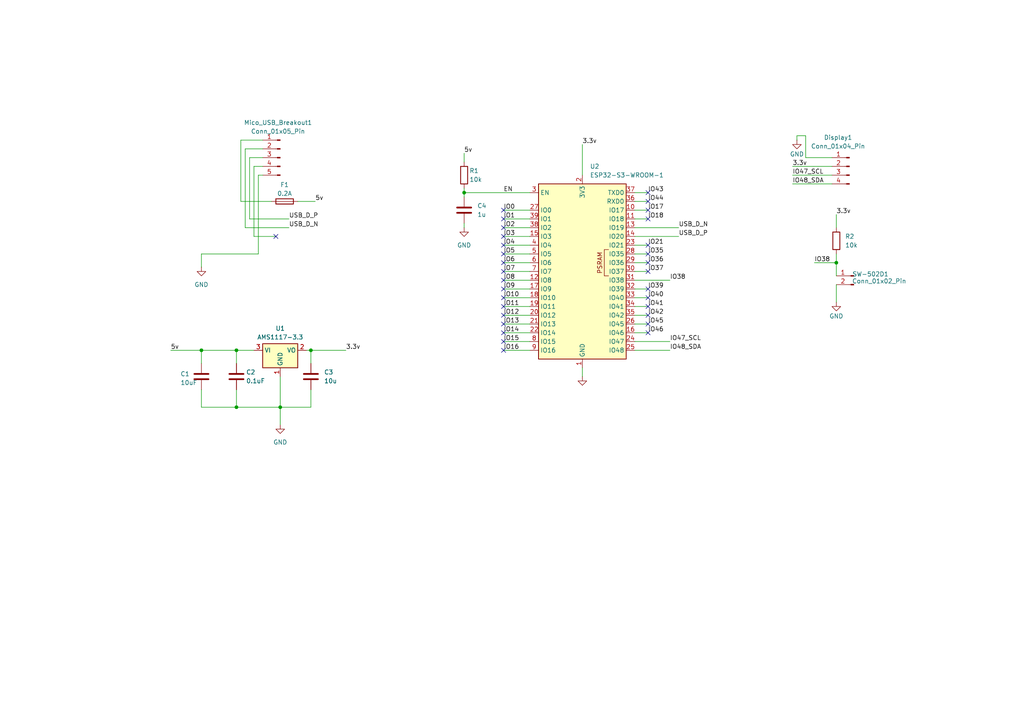
<source format=kicad_sch>
(kicad_sch (version 20231120) (generator "eeschema") (generator_version "8.0")
  (paper "A4")
  (lib_symbols
    (symbol "Connector:Conn_01x02_Pin" (pin_names (offset 1.016) hide)
      (property "Reference" "J" (at 0 2.54 0))
      (property "Value" "Conn_01x02_Pin" (at 0 -5.08 0))
      (symbol "Conn_01x02_Pin_1_1"
        (polyline (pts (xy 1.27 -2.54) (xy 0.8636 -2.54)) (stroke (width 0.1524)))
        (polyline (pts (xy 1.27 0) (xy 0.8636 0)) (stroke (width 0.1524)))
        (rectangle (start 0.8636 -2.413) (end 0 -2.667) (stroke (width 0.1524)) (fill (type outline)))
        (rectangle (start 0.8636 0.127) (end 0 -0.127) (stroke (width 0.1524)) (fill (type outline)))
        (pin passive line (at 5.08 0 180) (length 3.81) (name "Pin_1") (number "1"))
        (pin passive line (at 5.08 -2.54 180) (length 3.81) (name "Pin_2") (number "2"))
      )
    )
    (symbol "Connector:Conn_01x04_Pin" (pin_names (offset 1.016) hide)
      (property "Reference" "J" (at 0 5.08 0))
      (property "Value" "Conn_01x04_Pin" (at 0 -7.62 0))
      (symbol "Conn_01x04_Pin_1_1"
        (polyline (pts (xy 1.27 -5.08) (xy 0.8636 -5.08)) (stroke (width 0.1524)))
        (polyline (pts (xy 1.27 -2.54) (xy 0.8636 -2.54)) (stroke (width 0.1524)))
        (polyline (pts (xy 1.27 0) (xy 0.8636 0)) (stroke (width 0.1524)))
        (polyline (pts (xy 1.27 2.54) (xy 0.8636 2.54)) (stroke (width 0.1524)))
        (rectangle (start 0.8636 -4.953) (end 0 -5.207) (stroke (width 0.1524)) (fill (type outline)))
        (rectangle (start 0.8636 -2.413) (end 0 -2.667) (stroke (width 0.1524)) (fill (type outline)))
        (rectangle (start 0.8636 0.127) (end 0 -0.127) (stroke (width 0.1524)) (fill (type outline)))
        (rectangle (start 0.8636 2.667) (end 0 2.413) (stroke (width 0.1524)) (fill (type outline)))
        (pin passive line (at 5.08 2.54 180) (length 3.81) (name "Pin_1") (number "1"))
        (pin passive line (at 5.08 0 180) (length 3.81) (name "Pin_2") (number "2"))
        (pin passive line (at 5.08 -2.54 180) (length 3.81) (name "Pin_3") (number "3"))
        (pin passive line (at 5.08 -5.08 180) (length 3.81) (name "Pin_4") (number "4"))
      )
    )
    (symbol "Connector:Conn_01x05_Pin" (pin_names (offset 1.016) hide)
      (property "Reference" "J" (at 0 7.62 0))
      (property "Value" "Conn_01x05_Pin" (at 0 -7.62 0))
      (symbol "Conn_01x05_Pin_1_1"
        (polyline (pts (xy 1.27 -5.08) (xy 0.8636 -5.08)) (stroke (width 0.1524)))
        (polyline (pts (xy 1.27 -2.54) (xy 0.8636 -2.54)) (stroke (width 0.1524)))
        (polyline (pts (xy 1.27 0) (xy 0.8636 0)) (stroke (width 0.1524)))
        (polyline (pts (xy 1.27 2.54) (xy 0.8636 2.54)) (stroke (width 0.1524)))
        (polyline (pts (xy 1.27 5.08) (xy 0.8636 5.08)) (stroke (width 0.1524)))
        (rectangle (start 0.8636 -4.953) (end 0 -5.207) (stroke (width 0.1524)) (fill (type outline)))
        (rectangle (start 0.8636 -2.413) (end 0 -2.667) (stroke (width 0.1524)) (fill (type outline)))
        (rectangle (start 0.8636 0.127) (end 0 -0.127) (stroke (width 0.1524)) (fill (type outline)))
        (rectangle (start 0.8636 2.667) (end 0 2.413) (stroke (width 0.1524)) (fill (type outline)))
        (rectangle (start 0.8636 5.207) (end 0 4.953) (stroke (width 0.1524)) (fill (type outline)))
        (pin passive line (at 5.08 5.08 180) (length 3.81) (name "Pin_1") (number "1"))
        (pin passive line (at 5.08 2.54 180) (length 3.81) (name "Pin_2") (number "2"))
        (pin passive line (at 5.08 0 180) (length 3.81) (name "Pin_3") (number "3"))
        (pin passive line (at 5.08 -2.54 180) (length 3.81) (name "Pin_4") (number "4"))
        (pin passive line (at 5.08 -5.08 180) (length 3.81) (name "Pin_5") (number "5"))
      )
    )
    (symbol "Device:C" (pin_numbers hide) (pin_names (offset 0.254))
      (property "Reference" "C" (at 0.635 2.54 0))
      (property "Value" "C" (at 0.635 -2.54 0))
      (symbol "C_0_1"
        (polyline (pts (xy -2.032 -0.762) (xy 2.032 -0.762)) (stroke (width 0.508)))
        (polyline (pts (xy -2.032 0.762) (xy 2.032 0.762)) (stroke (width 0.508)))
      )
      (symbol "C_1_1"
        (pin passive line (at 0 3.81 270) (length 2.794) (name "~") (number "1"))
        (pin passive line (at 0 -3.81 90) (length 2.794) (name "~") (number "2"))
      )
    )
    (symbol "Device:Fuse" (pin_numbers hide) (pin_names (offset 0))
      (property "Reference" "F" (at 2.032 0 90))
      (property "Value" "Fuse" (at -1.905 0 90))
      (symbol "Fuse_0_1"
        (rectangle (start -0.762 -2.54) (end 0.762 2.54) (stroke (width 0.254)))
        (polyline (pts (xy 0 2.54) (xy 0 -2.54)))
      )
      (symbol "Fuse_1_1"
        (pin passive line (at 0 3.81 270) (length 1.27) (name "~") (number "1"))
        (pin passive line (at 0 -3.81 90) (length 1.27) (name "~") (number "2"))
      )
    )
    (symbol "Device:R" (pin_numbers hide) (pin_names (offset 0))
      (property "Reference" "R" (at 2.032 0 90))
      (property "Value" "R" (at 0 0 90))
      (symbol "R_0_1"
        (rectangle (start -1.016 -2.54) (end 1.016 2.54) (stroke (width 0.254)))
      )
      (symbol "R_1_1"
        (pin passive line (at 0 3.81 270) (length 1.27) (name "~") (number "1"))
        (pin passive line (at 0 -3.81 90) (length 1.27) (name "~") (number "2"))
      )
    )
    (symbol "RF_Module:ESP32-S3-WROOM-1"
      (property "Reference" "U" (at -12.7 26.67 0))
      (property "Value" "ESP32-S3-WROOM-1" (at 12.7 26.67 0))
      (symbol "ESP32-S3-WROOM-1_0_0"
        (rectangle (start -12.7 25.4) (end 12.7 -25.4) (stroke (width 0.254)) (fill (type background)))
        (text "PSRAM" (at 5.08 2.54 900) (effects (font (size 1.27 1.27))))
      )
      (symbol "ESP32-S3-WROOM-1_0_1"
        (polyline (pts (xy 7.62 -1.27) (xy 6.35 -1.27) (xy 6.35 6.35) (xy 7.62 6.35)))
      )
      (symbol "ESP32-S3-WROOM-1_1_1"
        (pin power_in line (at 0 -27.94 90) (length 2.54) (name "GND") (number "1"))
        (pin bidirectional line (at 15.24 17.78 180) (length 2.54) (name "IO17") (number "10"))
        (pin bidirectional line (at 15.24 15.24 180) (length 2.54) (name "IO18") (number "11"))
        (pin bidirectional line (at -15.24 -2.54 0) (length 2.54) (name "IO8") (number "12"))
        (pin bidirectional line (at 15.24 12.7 180) (length 2.54) (name "IO19") (number "13"))
        (pin bidirectional line (at 15.24 10.16 180) (length 2.54) (name "IO20") (number "14"))
        (pin bidirectional line (at -15.24 10.16 0) (length 2.54) (name "IO3") (number "15"))
        (pin bidirectional line (at 15.24 -17.78 180) (length 2.54) (name "IO46") (number "16"))
        (pin bidirectional line (at -15.24 -5.08 0) (length 2.54) (name "IO9") (number "17"))
        (pin bidirectional line (at -15.24 -7.62 0) (length 2.54) (name "IO10") (number "18"))
        (pin bidirectional line (at -15.24 -10.16 0) (length 2.54) (name "IO11") (number "19"))
        (pin power_in line (at 0 27.94 270) (length 2.54) (name "3V3") (number "2"))
        (pin bidirectional line (at -15.24 -12.7 0) (length 2.54) (name "IO12") (number "20"))
        (pin bidirectional line (at -15.24 -15.24 0) (length 2.54) (name "IO13") (number "21"))
        (pin bidirectional line (at -15.24 -17.78 0) (length 2.54) (name "IO14") (number "22"))
        (pin bidirectional line (at 15.24 7.62 180) (length 2.54) (name "IO21") (number "23"))
        (pin bidirectional line (at 15.24 -20.32 180) (length 2.54) (name "IO47") (number "24"))
        (pin bidirectional line (at 15.24 -22.86 180) (length 2.54) (name "IO48") (number "25"))
        (pin bidirectional line (at 15.24 -15.24 180) (length 2.54) (name "IO45") (number "26"))
        (pin bidirectional line (at -15.24 17.78 0) (length 2.54) (name "IO0") (number "27"))
        (pin bidirectional line (at 15.24 5.08 180) (length 2.54) (name "IO35") (number "28"))
        (pin bidirectional line (at 15.24 2.54 180) (length 2.54) (name "IO36") (number "29"))
        (pin input line (at -15.24 22.86 0) (length 2.54) (name "EN") (number "3"))
        (pin bidirectional line (at 15.24 0 180) (length 2.54) (name "IO37") (number "30"))
        (pin bidirectional line (at 15.24 -2.54 180) (length 2.54) (name "IO38") (number "31"))
        (pin bidirectional line (at 15.24 -5.08 180) (length 2.54) (name "IO39") (number "32"))
        (pin bidirectional line (at 15.24 -7.62 180) (length 2.54) (name "IO40") (number "33"))
        (pin bidirectional line (at 15.24 -10.16 180) (length 2.54) (name "IO41") (number "34"))
        (pin bidirectional line (at 15.24 -12.7 180) (length 2.54) (name "IO42") (number "35"))
        (pin bidirectional line (at 15.24 20.32 180) (length 2.54) (name "RXD0") (number "36"))
        (pin bidirectional line (at 15.24 22.86 180) (length 2.54) (name "TXD0") (number "37"))
        (pin bidirectional line (at -15.24 12.7 0) (length 2.54) (name "IO2") (number "38"))
        (pin bidirectional line (at -15.24 15.24 0) (length 2.54) (name "IO1") (number "39"))
        (pin bidirectional line (at -15.24 7.62 0) (length 2.54) (name "IO4") (number "4"))
        (pin passive line (at 0 -27.94 90) (length 2.54) hide (name "GND") (number "40"))
        (pin passive line (at 0 -27.94 90) (length 2.54) hide (name "GND") (number "41"))
        (pin bidirectional line (at -15.24 5.08 0) (length 2.54) (name "IO5") (number "5"))
        (pin bidirectional line (at -15.24 2.54 0) (length 2.54) (name "IO6") (number "6"))
        (pin bidirectional line (at -15.24 0 0) (length 2.54) (name "IO7") (number "7"))
        (pin bidirectional line (at -15.24 -20.32 0) (length 2.54) (name "IO15") (number "8"))
        (pin bidirectional line (at -15.24 -22.86 0) (length 2.54) (name "IO16") (number "9"))
      )
    )
    (symbol "Regulator_Linear:AMS1117-3.3"
      (property "Reference" "U" (at -3.81 3.175 0))
      (property "Value" "AMS1117-3.3" (at 0 3.175 0))
      (symbol "AMS1117-3.3_0_1"
        (rectangle (start -5.08 -5.08) (end 5.08 1.905) (stroke (width 0.254)) (fill (type background)))
      )
      (symbol "AMS1117-3.3_1_1"
        (pin power_in line (at 0 -7.62 90) (length 2.54) (name "GND") (number "1"))
        (pin power_out line (at 7.62 0 180) (length 2.54) (name "VO") (number "2"))
        (pin power_in line (at -7.62 0 0) (length 2.54) (name "VI") (number "3"))
      )
    )
    (symbol "power:GND" (power) (pin_numbers hide) (pin_names (offset 0) hide)
      (property "Value" "GND" (at 0 -3.81 0))
      (symbol "GND_0_1"
        (polyline (pts (xy 0 0) (xy 0 -1.27) (xy 1.27 -1.27) (xy 0 -2.54) (xy -1.27 -1.27) (xy 0 -1.27)))
      )
      (symbol "GND_1_1"
        (pin power_in line (at 0 0 270) (length 0) (name "~") (number "1"))
      )
    )
  )
  (junction (at 242.57 76.2))
  (junction (at 68.58 118.11))
  (junction (at 68.58 101.6))
  (junction (at 134.62 55.88))
  (junction (at 90.17 101.6))
  (junction (at 58.42 101.6))
  (junction (at 81.28 118.11))
  (no_connect (at 146.05 99.06))
  (no_connect (at 146.05 63.5))
  (no_connect (at 146.05 88.9))
  (no_connect (at 146.05 91.44))
  (no_connect (at 187.96 71.12))
  (no_connect (at 146.05 101.6))
  (no_connect (at 146.05 66.04))
  (no_connect (at 187.96 86.36))
  (no_connect (at 187.96 78.74))
  (no_connect (at 187.96 63.5))
  (no_connect (at 146.05 96.52))
  (no_connect (at 146.05 73.66))
  (no_connect (at 146.05 78.74))
  (no_connect (at 146.05 60.96))
  (no_connect (at 187.96 83.82))
  (no_connect (at 146.05 86.36))
  (no_connect (at 187.96 73.66))
  (no_connect (at 146.05 83.82))
  (no_connect (at 187.96 55.88))
  (no_connect (at 146.05 71.12))
  (no_connect (at 187.96 60.96))
  (no_connect (at 187.96 76.2))
  (no_connect (at 80.01 68.58))
  (no_connect (at 187.96 58.42))
  (no_connect (at 187.96 88.9))
  (no_connect (at 146.05 81.28))
  (no_connect (at 187.96 93.98))
  (no_connect (at 187.96 91.44))
  (no_connect (at 146.05 76.2))
  (no_connect (at 146.05 93.98))
  (no_connect (at 146.05 68.58))
  (no_connect (at 187.96 96.52))
  (wire (pts (xy 146.05 83.82) (xy 153.67 83.82)))
  (wire (pts (xy 76.2 40.64) (xy 69.85 40.64)))
  (wire (pts (xy 184.15 63.5) (xy 187.96 63.5)))
  (wire (pts (xy 90.17 101.6) (xy 90.17 105.41)))
  (wire (pts (xy 58.42 101.6) (xy 68.58 101.6)))
  (wire (pts (xy 184.15 91.44) (xy 187.96 91.44)))
  (wire (pts (xy 184.15 83.82) (xy 187.96 83.82)))
  (wire (pts (xy 229.87 53.34) (xy 241.3 53.34)))
  (wire (pts (xy 49.53 101.6) (xy 58.42 101.6)))
  (wire (pts (xy 184.15 86.36) (xy 187.96 86.36)))
  (wire (pts (xy 184.15 71.12) (xy 187.96 71.12)))
  (wire (pts (xy 73.66 68.58) (xy 80.01 68.58)))
  (wire (pts (xy 242.57 73.66) (xy 242.57 76.2)))
  (wire (pts (xy 184.15 99.06) (xy 194.31 99.06)))
  (wire (pts (xy 146.05 81.28) (xy 153.67 81.28)))
  (wire (pts (xy 90.17 101.6) (xy 100.33 101.6)))
  (wire (pts (xy 134.62 55.88) (xy 153.67 55.88)))
  (wire (pts (xy 184.15 88.9) (xy 187.96 88.9)))
  (wire (pts (xy 236.22 76.2) (xy 242.57 76.2)))
  (wire (pts (xy 231.14 39.37) (xy 233.68 39.37)))
  (wire (pts (xy 69.85 58.42) (xy 78.74 58.42)))
  (wire (pts (xy 71.12 66.04) (xy 83.82 66.04)))
  (wire (pts (xy 242.57 76.2) (xy 242.57 80.01)))
  (wire (pts (xy 58.42 113.03) (xy 58.42 118.11)))
  (wire (pts (xy 58.42 118.11) (xy 68.58 118.11)))
  (wire (pts (xy 68.58 118.11) (xy 81.28 118.11)))
  (wire (pts (xy 231.14 40.64) (xy 231.14 39.37)))
  (wire (pts (xy 74.93 50.8) (xy 74.93 73.66)))
  (wire (pts (xy 58.42 73.66) (xy 58.42 77.47)))
  (wire (pts (xy 233.68 45.72) (xy 241.3 45.72)))
  (wire (pts (xy 146.05 88.9) (xy 153.67 88.9)))
  (wire (pts (xy 184.15 81.28) (xy 194.31 81.28)))
  (wire (pts (xy 90.17 101.6) (xy 88.9 101.6)))
  (wire (pts (xy 81.28 118.11) (xy 90.17 118.11)))
  (wire (pts (xy 86.36 58.42) (xy 91.44 58.42)))
  (wire (pts (xy 73.66 48.26) (xy 73.66 68.58)))
  (wire (pts (xy 146.05 63.5) (xy 153.67 63.5)))
  (wire (pts (xy 146.05 76.2) (xy 153.67 76.2)))
  (wire (pts (xy 74.93 73.66) (xy 58.42 73.66)))
  (wire (pts (xy 71.12 43.18) (xy 71.12 66.04)))
  (wire (pts (xy 184.15 78.74) (xy 187.96 78.74)))
  (wire (pts (xy 81.28 109.22) (xy 81.28 118.11)))
  (wire (pts (xy 184.15 68.58) (xy 196.85 68.58)))
  (wire (pts (xy 184.15 58.42) (xy 187.96 58.42)))
  (wire (pts (xy 72.39 45.72) (xy 72.39 63.5)))
  (wire (pts (xy 146.05 101.6) (xy 153.67 101.6)))
  (wire (pts (xy 69.85 40.64) (xy 69.85 58.42)))
  (wire (pts (xy 146.05 96.52) (xy 153.67 96.52)))
  (wire (pts (xy 184.15 93.98) (xy 187.96 93.98)))
  (wire (pts (xy 184.15 55.88) (xy 187.96 55.88)))
  (wire (pts (xy 146.05 60.96) (xy 153.67 60.96)))
  (wire (pts (xy 184.15 101.6) (xy 194.31 101.6)))
  (wire (pts (xy 146.05 86.36) (xy 153.67 86.36)))
  (wire (pts (xy 184.15 76.2) (xy 187.96 76.2)))
  (wire (pts (xy 242.57 82.55) (xy 242.57 87.63)))
  (wire (pts (xy 68.58 113.03) (xy 68.58 118.11)))
  (wire (pts (xy 146.05 99.06) (xy 153.67 99.06)))
  (wire (pts (xy 229.87 48.26) (xy 241.3 48.26)))
  (wire (pts (xy 68.58 101.6) (xy 73.66 101.6)))
  (wire (pts (xy 229.87 50.8) (xy 241.3 50.8)))
  (wire (pts (xy 184.15 96.52) (xy 187.96 96.52)))
  (wire (pts (xy 233.68 39.37) (xy 233.68 45.72)))
  (wire (pts (xy 68.58 101.6) (xy 68.58 105.41)))
  (wire (pts (xy 146.05 68.58) (xy 153.67 68.58)))
  (wire (pts (xy 184.15 73.66) (xy 187.96 73.66)))
  (wire (pts (xy 134.62 64.77) (xy 134.62 66.04)))
  (wire (pts (xy 168.91 106.68) (xy 168.91 109.22)))
  (wire (pts (xy 134.62 54.61) (xy 134.62 55.88)))
  (wire (pts (xy 76.2 45.72) (xy 72.39 45.72)))
  (wire (pts (xy 58.42 101.6) (xy 58.42 105.41)))
  (wire (pts (xy 168.91 41.91) (xy 168.91 50.8)))
  (wire (pts (xy 146.05 91.44) (xy 153.67 91.44)))
  (wire (pts (xy 72.39 63.5) (xy 83.82 63.5)))
  (wire (pts (xy 76.2 48.26) (xy 73.66 48.26)))
  (wire (pts (xy 184.15 60.96) (xy 187.96 60.96)))
  (wire (pts (xy 184.15 66.04) (xy 196.85 66.04)))
  (wire (pts (xy 134.62 44.45) (xy 134.62 46.99)))
  (wire (pts (xy 146.05 73.66) (xy 153.67 73.66)))
  (wire (pts (xy 242.57 62.23) (xy 242.57 66.04)))
  (wire (pts (xy 74.93 50.8) (xy 76.2 50.8)))
  (wire (pts (xy 146.05 78.74) (xy 153.67 78.74)))
  (wire (pts (xy 146.05 66.04) (xy 153.67 66.04)))
  (wire (pts (xy 81.28 118.11) (xy 81.28 123.19)))
  (wire (pts (xy 146.05 93.98) (xy 153.67 93.98)))
  (wire (pts (xy 146.05 71.12) (xy 153.67 71.12)))
  (wire (pts (xy 90.17 113.03) (xy 90.17 118.11)))
  (wire (pts (xy 134.62 55.88) (xy 134.62 57.15)))
  (wire (pts (xy 76.2 43.18) (xy 71.12 43.18)))
  (label "IO39" (at 187.96 83.82 0))
  (label "USB_D_N" (at 83.82 66.04 0))
  (label "IO15" (at 146.05 99.06 0))
  (label "IO40" (at 187.96 86.36 0))
  (label "IO8" (at 146.05 81.28 0))
  (label "IO42" (at 187.96 91.44 0))
  (label "IO35" (at 187.96 73.66 0))
  (label "IO48_SDA" (at 194.31 101.6 0))
  (label "USB_D_P" (at 83.82 63.5 0))
  (label "IO9" (at 146.05 83.82 0))
  (label "IO48_SDA" (at 229.87 53.34 0))
  (label "IO37" (at 187.96 78.74 0))
  (label "IO5" (at 146.05 73.66 0))
  (label "5v" (at 49.53 101.6 0))
  (label "IO44" (at 187.96 58.42 0))
  (label "IO3" (at 146.05 68.58 0))
  (label "IO2" (at 146.05 66.04 0))
  (label "IO11" (at 146.05 88.9 0))
  (label "IO38" (at 236.22 76.2 0))
  (label "IO16" (at 146.05 101.6 0))
  (label "IO41" (at 187.96 88.9 0))
  (label "3.3v" (at 242.57 62.23 0))
  (label "USB_D_P" (at 196.85 68.58 0))
  (label "3.3v" (at 229.87 48.26 0))
  (label "USB_D_N" (at 196.85 66.04 0))
  (label "IO18" (at 187.96 63.5 0))
  (label "IO0" (at 146.05 60.96 0))
  (label "IO7" (at 146.05 78.74 0))
  (label "IO13" (at 146.05 93.98 0))
  (label "IO38" (at 194.31 81.28 0))
  (label "IO47_SCL" (at 194.31 99.06 0))
  (label "IO4" (at 146.05 71.12 0))
  (label "IO36" (at 187.96 76.2 0))
  (label "IO47_SCL" (at 229.87 50.8 0))
  (label "IO43" (at 187.96 55.88 0))
  (label "EN" (at 146.05 55.88 0))
  (label "3.3v" (at 168.91 41.91 0))
  (label "IO46" (at 187.96 96.52 0))
  (label "IO17" (at 187.96 60.96 0))
  (label "IO45" (at 187.96 93.98 0))
  (label "IO1" (at 146.05 63.5 0))
  (label "IO6" (at 146.05 76.2 0))
  (label "3.3v" (at 100.33 101.6 0))
  (label "IO14" (at 146.05 96.52 0))
  (label "IO21" (at 187.96 71.12 0))
  (label "IO12" (at 146.05 91.44 0))
  (label "5v" (at 134.62 44.45 0))
  (label "IO10" (at 146.05 86.36 0))
  (label "5v" (at 91.44 58.42 0))
  (symbol (lib_id "Device:C") (at 90.17 109.22 0) (unit 1)
    (property "Reference" "C3" (at 93.98 107.9499 0) (effects (justify left)))
    (property "Value" "10u" (at 93.98 110.4899 0) (effects (justify left)))
    (property "Footprint" "Ivar_footprint_library:IVAR_1206_SMD_C" (effects (hide yes)))
    (property "Description" "Unpolarized capacitor" (effects (hide yes)))
  )
  (symbol (lib_id "power:GND") (at 81.28 123.19 0) (unit 1)
    (property "Reference" "#PWR02" (effects (hide yes)))
    (property "Value" "GND" (at 81.28 128.27 0))
    (property "Description" "Power symbol creates a global label with name \"GND\" , ground" (effects (hide yes)))
  )
  (symbol (lib_id "Device:C") (at 134.62 60.96 0) (unit 1)
    (property "Reference" "C4" (at 138.43 59.6899 0) (effects (justify left)))
    (property "Value" "1u" (at 138.43 62.2299 0) (effects (justify left)))
    (property "Footprint" "Ivar_footprint_library:IVAR_1206_SMD_C" (effects (hide yes)))
    (property "Description" "Unpolarized capacitor" (effects (hide yes)))
  )
  (symbol (lib_id "RF_Module:ESP32-S3-WROOM-1") (at 168.91 78.74 0) (unit 1)
    (property "Reference" "U2" (at 171.1041 48.26 0) (effects (justify left)))
    (property "Value" "ESP32-S3-WROOM-1" (at 171.1041 50.8 0) (effects (justify left)))
    (property "Footprint" "RF_Module:ESP32-S3-WROOM-1" (effects (hide yes)))
    (property "Datasheet" "https://www.espressif.com/sites/default/files/documentation/esp32-s3-wroom-1_wroom-1u_datasheet_en.pdf" (effects (hide yes)))
    (property "Description" "RF Module, ESP32-S3 SoC, Wi-Fi 802.11b/g/n, Bluetooth, BLE, 32-bit, 3.3V, onboard antenna, SMD" (effects (hide yes)))
  )
  (symbol (lib_id "Connector:Conn_01x02_Pin") (at 247.65 80.01 0) (mirror y) (unit 1)
    (property "Reference" "SW-502D1" (at 252.476 79.502 0))
    (property "Value" "Conn_01x02_Pin" (at 255.016 81.534 0))
    (property "Footprint" "Ivar_footprint_library:IVAR_MOTION_SENS" (effects (hide yes)))
    (property "Description" "Generic connector, single row, 01x02, script generated" (effects (hide yes)))
  )
  (symbol (lib_id "Device:R") (at 242.57 69.85 0) (unit 1)
    (property "Reference" "R2" (at 245.11 68.5799 0) (effects (justify left)))
    (property "Value" "10k" (at 245.11 71.1199 0) (effects (justify left)))
    (property "Footprint" "Ivar_footprint_library:IVAR_1206_SMD_R" (effects (hide yes)))
    (property "Description" "Resistor" (effects (hide yes)))
  )
  (symbol (lib_id "Device:R") (at 134.62 50.8 0) (unit 1)
    (property "Reference" "R1" (at 136.144 49.53 0) (effects (justify left)))
    (property "Value" "10k" (at 136.144 52.07 0) (effects (justify left)))
    (property "Footprint" "Ivar_footprint_library:IVAR_1206_SMD_R" (effects (hide yes)))
    (property "Description" "Resistor" (effects (hide yes)))
  )
  (symbol (lib_id "power:GND") (at 242.57 87.63 0) (unit 1)
    (property "Reference" "#PWR06" (effects (hide yes)))
    (property "Value" "GND" (at 242.57 91.694 0))
    (property "Description" "Power symbol creates a global label with name \"GND\" , ground" (effects (hide yes)))
  )
  (symbol (lib_id "power:GND") (at 58.42 77.47 0) (unit 1)
    (property "Reference" "#PWR01" (effects (hide yes)))
    (property "Value" "GND" (at 58.42 82.55 0))
    (property "Description" "Power symbol creates a global label with name \"GND\" , ground" (effects (hide yes)))
  )
  (symbol (lib_id "Device:Fuse") (at 82.55 58.42 90) (unit 1)
    (property "Reference" "F1" (at 82.55 53.594 90))
    (property "Value" "0.2A" (at 82.55 56.134 90))
    (property "Footprint" "Ivar_footprint_library:IVAR_1206_SMD_FUSE" (effects (hide yes)))
    (property "Description" "Fuse" (effects (hide yes)))
  )
  (symbol (lib_id "Device:C") (at 68.58 109.22 0) (unit 1)
    (property "Reference" "C2" (at 71.374 107.95 0) (effects (justify left)))
    (property "Value" "0.1uF" (at 71.374 110.49 0) (effects (justify left)))
    (property "Footprint" "Ivar_footprint_library:IVAR_1206_SMD_C" (effects (hide yes)))
    (property "Description" "Unpolarized capacitor" (effects (hide yes)))
  )
  (symbol (lib_id "power:GND") (at 231.14 40.64 0) (unit 1)
    (property "Reference" "#PWR05" (effects (hide yes)))
    (property "Value" "GND" (at 231.14 44.704 0))
    (property "Description" "Power symbol creates a global label with name \"GND\" , ground" (effects (hide yes)))
  )
  (symbol (lib_id "Connector:Conn_01x04_Pin") (at 246.38 48.26 0) (mirror y) (unit 1)
    (property "Reference" "Display1" (at 243.078 39.878 0))
    (property "Value" "Conn_01x04_Pin" (at 243.078 42.418 0))
    (property "Footprint" "Ivar_footprint_library:IVAR_OLED_I2C" (effects (hide yes)))
    (property "Description" "Generic connector, single row, 01x04, script generated" (effects (hide yes)))
  )
  (symbol (lib_id "power:GND") (at 168.91 109.22 0) (unit 1)
    (property "Reference" "#PWR04" (effects (hide yes)))
    (property "Value" "GND" (effects (hide yes)))
    (property "Description" "Power symbol creates a global label with name \"GND\" , ground" (effects (hide yes)))
  )
  (symbol (lib_id "Device:C") (at 58.42 109.22 0) (unit 1)
    (property "Reference" "C1" (at 52.324 108.458 0) (effects (justify left)))
    (property "Value" "10uF" (at 52.324 110.998 0) (effects (justify left)))
    (property "Footprint" "Ivar_footprint_library:IVAR_1206_SMD_C" (effects (hide yes)))
    (property "Description" "Unpolarized capacitor" (effects (hide yes)))
  )
  (symbol (lib_id "Regulator_Linear:AMS1117-3.3") (at 81.28 101.6 0) (unit 1)
    (property "Reference" "U1" (at 81.28 95.25 0))
    (property "Value" "AMS1117-3.3" (at 81.28 97.79 0))
    (property "Footprint" "Package_TO_SOT_SMD:SOT-223-3_TabPin2" (effects (hide yes)))
    (property "Datasheet" "http://www.advanced-monolithic.com/pdf/ds1117.pdf" (effects (hide yes)))
    (property "Description" "1A Low Dropout regulator, positive, 3.3V fixed output, SOT-223" (effects (hide yes)))
  )
  (symbol (lib_id "Connector:Conn_01x05_Pin") (at 81.28 45.72 0) (mirror y) (unit 1)
    (property "Reference" "Mico_USB_Breakout1" (at 80.645 35.56 0))
    (property "Value" "Conn_01x05_Pin" (at 80.645 38.1 0))
    (property "Footprint" "Ivar_footprint_library:IVAR_Micro_USB_breakout_board_5pin" (effects (hide yes)))
    (property "Description" "Generic connector, single row, 01x05, script generated" (effects (hide yes)))
  )
  (symbol (lib_id "power:GND") (at 134.62 66.04 0) (unit 1)
    (property "Reference" "#PWR03" (effects (hide yes)))
    (property "Value" "GND" (at 134.62 71.12 0))
    (property "Description" "Power symbol creates a global label with name \"GND\" , ground" (effects (hide yes)))
  )
)
</source>
